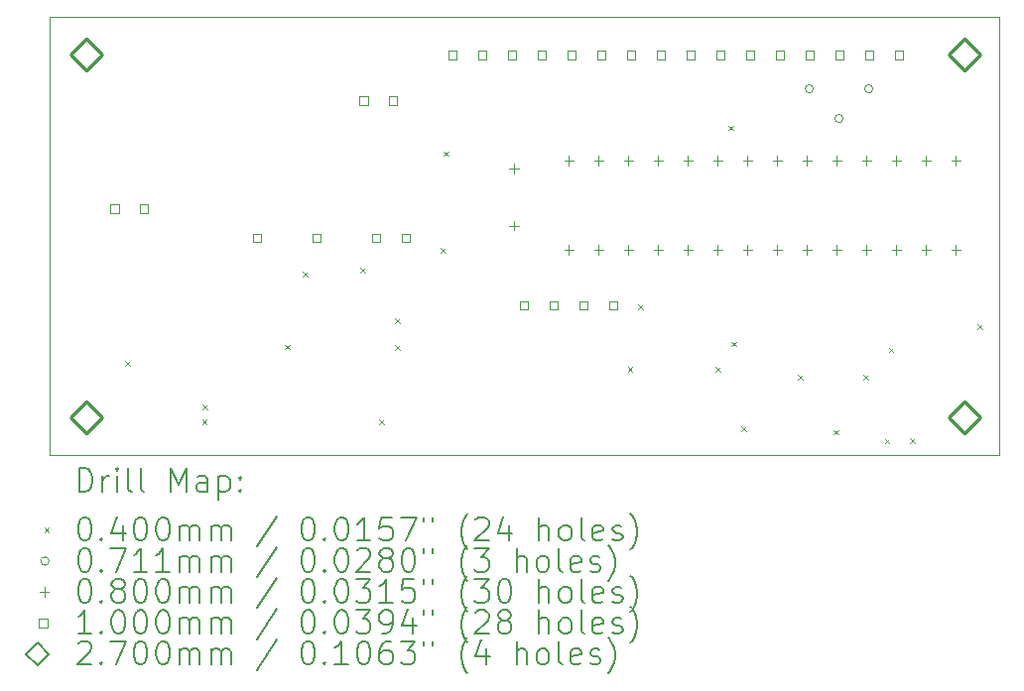
<source format=gbr>
%FSLAX45Y45*%
G04 Gerber Fmt 4.5, Leading zero omitted, Abs format (unit mm)*
G04 Created by KiCad (PCBNEW (6.0.0-0)) date 2022-02-23 00:42:36*
%MOMM*%
%LPD*%
G01*
G04 APERTURE LIST*
%TA.AperFunction,Profile*%
%ADD10C,0.100000*%
%TD*%
%ADD11C,0.200000*%
%ADD12C,0.040000*%
%ADD13C,0.071120*%
%ADD14C,0.080000*%
%ADD15C,0.100000*%
%ADD16C,0.270000*%
G04 APERTURE END LIST*
D10*
X12880000Y-4320000D02*
X4780000Y-4320000D01*
X4780000Y-8060000D02*
X12880000Y-8060000D01*
X12880000Y-8060000D02*
X12880000Y-4320000D01*
X4780000Y-4320000D02*
X4780000Y-8060000D01*
D11*
D12*
X5425000Y-7260000D02*
X5465000Y-7300000D01*
X5465000Y-7260000D02*
X5425000Y-7300000D01*
X6080000Y-7760000D02*
X6120000Y-7800000D01*
X6120000Y-7760000D02*
X6080000Y-7800000D01*
X6085000Y-7635000D02*
X6125000Y-7675000D01*
X6125000Y-7635000D02*
X6085000Y-7675000D01*
X6790000Y-7120000D02*
X6830000Y-7160000D01*
X6830000Y-7120000D02*
X6790000Y-7160000D01*
X6940000Y-6495000D02*
X6980000Y-6535000D01*
X6980000Y-6495000D02*
X6940000Y-6535000D01*
X7430000Y-6465000D02*
X7470000Y-6505000D01*
X7470000Y-6465000D02*
X7430000Y-6505000D01*
X7590000Y-7760000D02*
X7630000Y-7800000D01*
X7630000Y-7760000D02*
X7590000Y-7800000D01*
X7725000Y-6897500D02*
X7765000Y-6937500D01*
X7765000Y-6897500D02*
X7725000Y-6937500D01*
X7730000Y-7125000D02*
X7770000Y-7165000D01*
X7770000Y-7125000D02*
X7730000Y-7165000D01*
X8120000Y-6295000D02*
X8160000Y-6335000D01*
X8160000Y-6295000D02*
X8120000Y-6335000D01*
X8145000Y-5470000D02*
X8185000Y-5510000D01*
X8185000Y-5470000D02*
X8145000Y-5510000D01*
X9712500Y-7310000D02*
X9752500Y-7350000D01*
X9752500Y-7310000D02*
X9712500Y-7350000D01*
X9802500Y-6780000D02*
X9842500Y-6820000D01*
X9842500Y-6780000D02*
X9802500Y-6820000D01*
X10460000Y-7310000D02*
X10500000Y-7350000D01*
X10500000Y-7310000D02*
X10460000Y-7350000D01*
X10575000Y-5250000D02*
X10615000Y-5290000D01*
X10615000Y-5250000D02*
X10575000Y-5290000D01*
X10597500Y-7095000D02*
X10637500Y-7135000D01*
X10637500Y-7095000D02*
X10597500Y-7135000D01*
X10680000Y-7817500D02*
X10720000Y-7857500D01*
X10720000Y-7817500D02*
X10680000Y-7857500D01*
X11162500Y-7377500D02*
X11202500Y-7417500D01*
X11202500Y-7377500D02*
X11162500Y-7417500D01*
X11470000Y-7847500D02*
X11510000Y-7887500D01*
X11510000Y-7847500D02*
X11470000Y-7887500D01*
X11722500Y-7377500D02*
X11762500Y-7417500D01*
X11762500Y-7377500D02*
X11722500Y-7417500D01*
X11905000Y-7925000D02*
X11945000Y-7965000D01*
X11945000Y-7925000D02*
X11905000Y-7965000D01*
X11940000Y-7145000D02*
X11980000Y-7185000D01*
X11980000Y-7145000D02*
X11940000Y-7185000D01*
X12120000Y-7922500D02*
X12160000Y-7962500D01*
X12160000Y-7922500D02*
X12120000Y-7962500D01*
X12700000Y-6947500D02*
X12740000Y-6987500D01*
X12740000Y-6947500D02*
X12700000Y-6987500D01*
D13*
X11297560Y-4935000D02*
G75*
G03*
X11297560Y-4935000I-35560J0D01*
G01*
X11551560Y-5189000D02*
G75*
G03*
X11551560Y-5189000I-35560J0D01*
G01*
X11805560Y-4935000D02*
G75*
G03*
X11805560Y-4935000I-35560J0D01*
G01*
D14*
X8742500Y-5577500D02*
X8742500Y-5657500D01*
X8702500Y-5617500D02*
X8782500Y-5617500D01*
X8742500Y-6065500D02*
X8742500Y-6145500D01*
X8702500Y-6105500D02*
X8782500Y-6105500D01*
X9210500Y-5507500D02*
X9210500Y-5587500D01*
X9170500Y-5547500D02*
X9250500Y-5547500D01*
X9210500Y-6269500D02*
X9210500Y-6349500D01*
X9170500Y-6309500D02*
X9250500Y-6309500D01*
X9464500Y-5507500D02*
X9464500Y-5587500D01*
X9424500Y-5547500D02*
X9504500Y-5547500D01*
X9464500Y-6269500D02*
X9464500Y-6349500D01*
X9424500Y-6309500D02*
X9504500Y-6309500D01*
X9718500Y-5507500D02*
X9718500Y-5587500D01*
X9678500Y-5547500D02*
X9758500Y-5547500D01*
X9718500Y-6269500D02*
X9718500Y-6349500D01*
X9678500Y-6309500D02*
X9758500Y-6309500D01*
X9972500Y-5507500D02*
X9972500Y-5587500D01*
X9932500Y-5547500D02*
X10012500Y-5547500D01*
X9972500Y-6269500D02*
X9972500Y-6349500D01*
X9932500Y-6309500D02*
X10012500Y-6309500D01*
X10226500Y-5507500D02*
X10226500Y-5587500D01*
X10186500Y-5547500D02*
X10266500Y-5547500D01*
X10226500Y-6269500D02*
X10226500Y-6349500D01*
X10186500Y-6309500D02*
X10266500Y-6309500D01*
X10480500Y-5507500D02*
X10480500Y-5587500D01*
X10440500Y-5547500D02*
X10520500Y-5547500D01*
X10480500Y-6269500D02*
X10480500Y-6349500D01*
X10440500Y-6309500D02*
X10520500Y-6309500D01*
X10734500Y-5507500D02*
X10734500Y-5587500D01*
X10694500Y-5547500D02*
X10774500Y-5547500D01*
X10734500Y-6269500D02*
X10734500Y-6349500D01*
X10694500Y-6309500D02*
X10774500Y-6309500D01*
X10988500Y-5507500D02*
X10988500Y-5587500D01*
X10948500Y-5547500D02*
X11028500Y-5547500D01*
X10988500Y-6269500D02*
X10988500Y-6349500D01*
X10948500Y-6309500D02*
X11028500Y-6309500D01*
X11242500Y-5507500D02*
X11242500Y-5587500D01*
X11202500Y-5547500D02*
X11282500Y-5547500D01*
X11242500Y-6269500D02*
X11242500Y-6349500D01*
X11202500Y-6309500D02*
X11282500Y-6309500D01*
X11496500Y-5507500D02*
X11496500Y-5587500D01*
X11456500Y-5547500D02*
X11536500Y-5547500D01*
X11496500Y-6269500D02*
X11496500Y-6349500D01*
X11456500Y-6309500D02*
X11536500Y-6309500D01*
X11750500Y-5507500D02*
X11750500Y-5587500D01*
X11710500Y-5547500D02*
X11790500Y-5547500D01*
X11750500Y-6269500D02*
X11750500Y-6349500D01*
X11710500Y-6309500D02*
X11790500Y-6309500D01*
X12004500Y-5507500D02*
X12004500Y-5587500D01*
X11964500Y-5547500D02*
X12044500Y-5547500D01*
X12004500Y-6269500D02*
X12004500Y-6349500D01*
X11964500Y-6309500D02*
X12044500Y-6309500D01*
X12258500Y-5507500D02*
X12258500Y-5587500D01*
X12218500Y-5547500D02*
X12298500Y-5547500D01*
X12258500Y-6269500D02*
X12258500Y-6349500D01*
X12218500Y-6309500D02*
X12298500Y-6309500D01*
X12512500Y-5507500D02*
X12512500Y-5587500D01*
X12472500Y-5547500D02*
X12552500Y-5547500D01*
X12512500Y-6269500D02*
X12512500Y-6349500D01*
X12472500Y-6309500D02*
X12552500Y-6309500D01*
D15*
X5370356Y-5995356D02*
X5370356Y-5924644D01*
X5299644Y-5924644D01*
X5299644Y-5995356D01*
X5370356Y-5995356D01*
X5620356Y-5995356D02*
X5620356Y-5924644D01*
X5549644Y-5924644D01*
X5549644Y-5995356D01*
X5620356Y-5995356D01*
X6587356Y-6245356D02*
X6587356Y-6174644D01*
X6516644Y-6174644D01*
X6516644Y-6245356D01*
X6587356Y-6245356D01*
X7095356Y-6245356D02*
X7095356Y-6174644D01*
X7024644Y-6174644D01*
X7024644Y-6245356D01*
X7095356Y-6245356D01*
X7495356Y-5070356D02*
X7495356Y-4999644D01*
X7424644Y-4999644D01*
X7424644Y-5070356D01*
X7495356Y-5070356D01*
X7603356Y-6245356D02*
X7603356Y-6174644D01*
X7532644Y-6174644D01*
X7532644Y-6245356D01*
X7603356Y-6245356D01*
X7745356Y-5070356D02*
X7745356Y-4999644D01*
X7674644Y-4999644D01*
X7674644Y-5070356D01*
X7745356Y-5070356D01*
X7857356Y-6245356D02*
X7857356Y-6174644D01*
X7786644Y-6174644D01*
X7786644Y-6245356D01*
X7857356Y-6245356D01*
X8255356Y-4682856D02*
X8255356Y-4612144D01*
X8184644Y-4612144D01*
X8184644Y-4682856D01*
X8255356Y-4682856D01*
X8509356Y-4682856D02*
X8509356Y-4612144D01*
X8438644Y-4612144D01*
X8438644Y-4682856D01*
X8509356Y-4682856D01*
X8763356Y-4682856D02*
X8763356Y-4612144D01*
X8692644Y-4612144D01*
X8692644Y-4682856D01*
X8763356Y-4682856D01*
X8860856Y-6820356D02*
X8860856Y-6749644D01*
X8790144Y-6749644D01*
X8790144Y-6820356D01*
X8860856Y-6820356D01*
X9017356Y-4682856D02*
X9017356Y-4612144D01*
X8946644Y-4612144D01*
X8946644Y-4682856D01*
X9017356Y-4682856D01*
X9114856Y-6820356D02*
X9114856Y-6749644D01*
X9044144Y-6749644D01*
X9044144Y-6820356D01*
X9114856Y-6820356D01*
X9271356Y-4682856D02*
X9271356Y-4612144D01*
X9200644Y-4612144D01*
X9200644Y-4682856D01*
X9271356Y-4682856D01*
X9368856Y-6820356D02*
X9368856Y-6749644D01*
X9298144Y-6749644D01*
X9298144Y-6820356D01*
X9368856Y-6820356D01*
X9525356Y-4682856D02*
X9525356Y-4612144D01*
X9454644Y-4612144D01*
X9454644Y-4682856D01*
X9525356Y-4682856D01*
X9622856Y-6820356D02*
X9622856Y-6749644D01*
X9552144Y-6749644D01*
X9552144Y-6820356D01*
X9622856Y-6820356D01*
X9779356Y-4682856D02*
X9779356Y-4612144D01*
X9708644Y-4612144D01*
X9708644Y-4682856D01*
X9779356Y-4682856D01*
X10033356Y-4682856D02*
X10033356Y-4612144D01*
X9962644Y-4612144D01*
X9962644Y-4682856D01*
X10033356Y-4682856D01*
X10287356Y-4682856D02*
X10287356Y-4612144D01*
X10216644Y-4612144D01*
X10216644Y-4682856D01*
X10287356Y-4682856D01*
X10541356Y-4682856D02*
X10541356Y-4612144D01*
X10470644Y-4612144D01*
X10470644Y-4682856D01*
X10541356Y-4682856D01*
X10795356Y-4682856D02*
X10795356Y-4612144D01*
X10724644Y-4612144D01*
X10724644Y-4682856D01*
X10795356Y-4682856D01*
X11049356Y-4682856D02*
X11049356Y-4612144D01*
X10978644Y-4612144D01*
X10978644Y-4682856D01*
X11049356Y-4682856D01*
X11303356Y-4682856D02*
X11303356Y-4612144D01*
X11232644Y-4612144D01*
X11232644Y-4682856D01*
X11303356Y-4682856D01*
X11557356Y-4682856D02*
X11557356Y-4612144D01*
X11486644Y-4612144D01*
X11486644Y-4682856D01*
X11557356Y-4682856D01*
X11811356Y-4682856D02*
X11811356Y-4612144D01*
X11740644Y-4612144D01*
X11740644Y-4682856D01*
X11811356Y-4682856D01*
X12065356Y-4682856D02*
X12065356Y-4612144D01*
X11994644Y-4612144D01*
X11994644Y-4682856D01*
X12065356Y-4682856D01*
D16*
X5090000Y-4775000D02*
X5225000Y-4640000D01*
X5090000Y-4505000D01*
X4955000Y-4640000D01*
X5090000Y-4775000D01*
X5090000Y-7875000D02*
X5225000Y-7740000D01*
X5090000Y-7605000D01*
X4955000Y-7740000D01*
X5090000Y-7875000D01*
X12590000Y-4775000D02*
X12725000Y-4640000D01*
X12590000Y-4505000D01*
X12455000Y-4640000D01*
X12590000Y-4775000D01*
X12590000Y-7875000D02*
X12725000Y-7740000D01*
X12590000Y-7605000D01*
X12455000Y-7740000D01*
X12590000Y-7875000D01*
D11*
X5032619Y-8375476D02*
X5032619Y-8175476D01*
X5080238Y-8175476D01*
X5108810Y-8185000D01*
X5127857Y-8204048D01*
X5137381Y-8223095D01*
X5146905Y-8261190D01*
X5146905Y-8289762D01*
X5137381Y-8327857D01*
X5127857Y-8346905D01*
X5108810Y-8365952D01*
X5080238Y-8375476D01*
X5032619Y-8375476D01*
X5232619Y-8375476D02*
X5232619Y-8242143D01*
X5232619Y-8280238D02*
X5242143Y-8261190D01*
X5251667Y-8251667D01*
X5270714Y-8242143D01*
X5289762Y-8242143D01*
X5356429Y-8375476D02*
X5356429Y-8242143D01*
X5356429Y-8175476D02*
X5346905Y-8185000D01*
X5356429Y-8194524D01*
X5365952Y-8185000D01*
X5356429Y-8175476D01*
X5356429Y-8194524D01*
X5480238Y-8375476D02*
X5461190Y-8365952D01*
X5451667Y-8346905D01*
X5451667Y-8175476D01*
X5585000Y-8375476D02*
X5565952Y-8365952D01*
X5556429Y-8346905D01*
X5556429Y-8175476D01*
X5813571Y-8375476D02*
X5813571Y-8175476D01*
X5880238Y-8318333D01*
X5946905Y-8175476D01*
X5946905Y-8375476D01*
X6127857Y-8375476D02*
X6127857Y-8270714D01*
X6118333Y-8251667D01*
X6099286Y-8242143D01*
X6061190Y-8242143D01*
X6042143Y-8251667D01*
X6127857Y-8365952D02*
X6108809Y-8375476D01*
X6061190Y-8375476D01*
X6042143Y-8365952D01*
X6032619Y-8346905D01*
X6032619Y-8327857D01*
X6042143Y-8308809D01*
X6061190Y-8299286D01*
X6108809Y-8299286D01*
X6127857Y-8289762D01*
X6223095Y-8242143D02*
X6223095Y-8442143D01*
X6223095Y-8251667D02*
X6242143Y-8242143D01*
X6280238Y-8242143D01*
X6299286Y-8251667D01*
X6308809Y-8261190D01*
X6318333Y-8280238D01*
X6318333Y-8337381D01*
X6308809Y-8356428D01*
X6299286Y-8365952D01*
X6280238Y-8375476D01*
X6242143Y-8375476D01*
X6223095Y-8365952D01*
X6404048Y-8356428D02*
X6413571Y-8365952D01*
X6404048Y-8375476D01*
X6394524Y-8365952D01*
X6404048Y-8356428D01*
X6404048Y-8375476D01*
X6404048Y-8251667D02*
X6413571Y-8261190D01*
X6404048Y-8270714D01*
X6394524Y-8261190D01*
X6404048Y-8251667D01*
X6404048Y-8270714D01*
D12*
X4735000Y-8685000D02*
X4775000Y-8725000D01*
X4775000Y-8685000D02*
X4735000Y-8725000D01*
D11*
X5070714Y-8595476D02*
X5089762Y-8595476D01*
X5108810Y-8605000D01*
X5118333Y-8614524D01*
X5127857Y-8633571D01*
X5137381Y-8671667D01*
X5137381Y-8719286D01*
X5127857Y-8757381D01*
X5118333Y-8776429D01*
X5108810Y-8785952D01*
X5089762Y-8795476D01*
X5070714Y-8795476D01*
X5051667Y-8785952D01*
X5042143Y-8776429D01*
X5032619Y-8757381D01*
X5023095Y-8719286D01*
X5023095Y-8671667D01*
X5032619Y-8633571D01*
X5042143Y-8614524D01*
X5051667Y-8605000D01*
X5070714Y-8595476D01*
X5223095Y-8776429D02*
X5232619Y-8785952D01*
X5223095Y-8795476D01*
X5213571Y-8785952D01*
X5223095Y-8776429D01*
X5223095Y-8795476D01*
X5404048Y-8662143D02*
X5404048Y-8795476D01*
X5356429Y-8585952D02*
X5308810Y-8728810D01*
X5432619Y-8728810D01*
X5546905Y-8595476D02*
X5565952Y-8595476D01*
X5585000Y-8605000D01*
X5594524Y-8614524D01*
X5604048Y-8633571D01*
X5613571Y-8671667D01*
X5613571Y-8719286D01*
X5604048Y-8757381D01*
X5594524Y-8776429D01*
X5585000Y-8785952D01*
X5565952Y-8795476D01*
X5546905Y-8795476D01*
X5527857Y-8785952D01*
X5518333Y-8776429D01*
X5508810Y-8757381D01*
X5499286Y-8719286D01*
X5499286Y-8671667D01*
X5508810Y-8633571D01*
X5518333Y-8614524D01*
X5527857Y-8605000D01*
X5546905Y-8595476D01*
X5737381Y-8595476D02*
X5756428Y-8595476D01*
X5775476Y-8605000D01*
X5785000Y-8614524D01*
X5794524Y-8633571D01*
X5804048Y-8671667D01*
X5804048Y-8719286D01*
X5794524Y-8757381D01*
X5785000Y-8776429D01*
X5775476Y-8785952D01*
X5756428Y-8795476D01*
X5737381Y-8795476D01*
X5718333Y-8785952D01*
X5708809Y-8776429D01*
X5699286Y-8757381D01*
X5689762Y-8719286D01*
X5689762Y-8671667D01*
X5699286Y-8633571D01*
X5708809Y-8614524D01*
X5718333Y-8605000D01*
X5737381Y-8595476D01*
X5889762Y-8795476D02*
X5889762Y-8662143D01*
X5889762Y-8681190D02*
X5899286Y-8671667D01*
X5918333Y-8662143D01*
X5946905Y-8662143D01*
X5965952Y-8671667D01*
X5975476Y-8690714D01*
X5975476Y-8795476D01*
X5975476Y-8690714D02*
X5985000Y-8671667D01*
X6004048Y-8662143D01*
X6032619Y-8662143D01*
X6051667Y-8671667D01*
X6061190Y-8690714D01*
X6061190Y-8795476D01*
X6156428Y-8795476D02*
X6156428Y-8662143D01*
X6156428Y-8681190D02*
X6165952Y-8671667D01*
X6185000Y-8662143D01*
X6213571Y-8662143D01*
X6232619Y-8671667D01*
X6242143Y-8690714D01*
X6242143Y-8795476D01*
X6242143Y-8690714D02*
X6251667Y-8671667D01*
X6270714Y-8662143D01*
X6299286Y-8662143D01*
X6318333Y-8671667D01*
X6327857Y-8690714D01*
X6327857Y-8795476D01*
X6718333Y-8585952D02*
X6546905Y-8843095D01*
X6975476Y-8595476D02*
X6994524Y-8595476D01*
X7013571Y-8605000D01*
X7023095Y-8614524D01*
X7032619Y-8633571D01*
X7042143Y-8671667D01*
X7042143Y-8719286D01*
X7032619Y-8757381D01*
X7023095Y-8776429D01*
X7013571Y-8785952D01*
X6994524Y-8795476D01*
X6975476Y-8795476D01*
X6956428Y-8785952D01*
X6946905Y-8776429D01*
X6937381Y-8757381D01*
X6927857Y-8719286D01*
X6927857Y-8671667D01*
X6937381Y-8633571D01*
X6946905Y-8614524D01*
X6956428Y-8605000D01*
X6975476Y-8595476D01*
X7127857Y-8776429D02*
X7137381Y-8785952D01*
X7127857Y-8795476D01*
X7118333Y-8785952D01*
X7127857Y-8776429D01*
X7127857Y-8795476D01*
X7261190Y-8595476D02*
X7280238Y-8595476D01*
X7299286Y-8605000D01*
X7308809Y-8614524D01*
X7318333Y-8633571D01*
X7327857Y-8671667D01*
X7327857Y-8719286D01*
X7318333Y-8757381D01*
X7308809Y-8776429D01*
X7299286Y-8785952D01*
X7280238Y-8795476D01*
X7261190Y-8795476D01*
X7242143Y-8785952D01*
X7232619Y-8776429D01*
X7223095Y-8757381D01*
X7213571Y-8719286D01*
X7213571Y-8671667D01*
X7223095Y-8633571D01*
X7232619Y-8614524D01*
X7242143Y-8605000D01*
X7261190Y-8595476D01*
X7518333Y-8795476D02*
X7404048Y-8795476D01*
X7461190Y-8795476D02*
X7461190Y-8595476D01*
X7442143Y-8624048D01*
X7423095Y-8643095D01*
X7404048Y-8652619D01*
X7699286Y-8595476D02*
X7604048Y-8595476D01*
X7594524Y-8690714D01*
X7604048Y-8681190D01*
X7623095Y-8671667D01*
X7670714Y-8671667D01*
X7689762Y-8681190D01*
X7699286Y-8690714D01*
X7708809Y-8709762D01*
X7708809Y-8757381D01*
X7699286Y-8776429D01*
X7689762Y-8785952D01*
X7670714Y-8795476D01*
X7623095Y-8795476D01*
X7604048Y-8785952D01*
X7594524Y-8776429D01*
X7775476Y-8595476D02*
X7908809Y-8595476D01*
X7823095Y-8795476D01*
X7975476Y-8595476D02*
X7975476Y-8633571D01*
X8051667Y-8595476D02*
X8051667Y-8633571D01*
X8346905Y-8871667D02*
X8337381Y-8862143D01*
X8318333Y-8833571D01*
X8308809Y-8814524D01*
X8299286Y-8785952D01*
X8289762Y-8738333D01*
X8289762Y-8700238D01*
X8299286Y-8652619D01*
X8308809Y-8624048D01*
X8318333Y-8605000D01*
X8337381Y-8576429D01*
X8346905Y-8566905D01*
X8413571Y-8614524D02*
X8423095Y-8605000D01*
X8442143Y-8595476D01*
X8489762Y-8595476D01*
X8508810Y-8605000D01*
X8518333Y-8614524D01*
X8527857Y-8633571D01*
X8527857Y-8652619D01*
X8518333Y-8681190D01*
X8404048Y-8795476D01*
X8527857Y-8795476D01*
X8699286Y-8662143D02*
X8699286Y-8795476D01*
X8651667Y-8585952D02*
X8604048Y-8728810D01*
X8727857Y-8728810D01*
X8956429Y-8795476D02*
X8956429Y-8595476D01*
X9042143Y-8795476D02*
X9042143Y-8690714D01*
X9032619Y-8671667D01*
X9013571Y-8662143D01*
X8985000Y-8662143D01*
X8965952Y-8671667D01*
X8956429Y-8681190D01*
X9165952Y-8795476D02*
X9146905Y-8785952D01*
X9137381Y-8776429D01*
X9127857Y-8757381D01*
X9127857Y-8700238D01*
X9137381Y-8681190D01*
X9146905Y-8671667D01*
X9165952Y-8662143D01*
X9194524Y-8662143D01*
X9213571Y-8671667D01*
X9223095Y-8681190D01*
X9232619Y-8700238D01*
X9232619Y-8757381D01*
X9223095Y-8776429D01*
X9213571Y-8785952D01*
X9194524Y-8795476D01*
X9165952Y-8795476D01*
X9346905Y-8795476D02*
X9327857Y-8785952D01*
X9318333Y-8766905D01*
X9318333Y-8595476D01*
X9499286Y-8785952D02*
X9480238Y-8795476D01*
X9442143Y-8795476D01*
X9423095Y-8785952D01*
X9413571Y-8766905D01*
X9413571Y-8690714D01*
X9423095Y-8671667D01*
X9442143Y-8662143D01*
X9480238Y-8662143D01*
X9499286Y-8671667D01*
X9508810Y-8690714D01*
X9508810Y-8709762D01*
X9413571Y-8728810D01*
X9585000Y-8785952D02*
X9604048Y-8795476D01*
X9642143Y-8795476D01*
X9661190Y-8785952D01*
X9670714Y-8766905D01*
X9670714Y-8757381D01*
X9661190Y-8738333D01*
X9642143Y-8728810D01*
X9613571Y-8728810D01*
X9594524Y-8719286D01*
X9585000Y-8700238D01*
X9585000Y-8690714D01*
X9594524Y-8671667D01*
X9613571Y-8662143D01*
X9642143Y-8662143D01*
X9661190Y-8671667D01*
X9737381Y-8871667D02*
X9746905Y-8862143D01*
X9765952Y-8833571D01*
X9775476Y-8814524D01*
X9785000Y-8785952D01*
X9794524Y-8738333D01*
X9794524Y-8700238D01*
X9785000Y-8652619D01*
X9775476Y-8624048D01*
X9765952Y-8605000D01*
X9746905Y-8576429D01*
X9737381Y-8566905D01*
D13*
X4775000Y-8969000D02*
G75*
G03*
X4775000Y-8969000I-35560J0D01*
G01*
D11*
X5070714Y-8859476D02*
X5089762Y-8859476D01*
X5108810Y-8869000D01*
X5118333Y-8878524D01*
X5127857Y-8897571D01*
X5137381Y-8935667D01*
X5137381Y-8983286D01*
X5127857Y-9021381D01*
X5118333Y-9040429D01*
X5108810Y-9049952D01*
X5089762Y-9059476D01*
X5070714Y-9059476D01*
X5051667Y-9049952D01*
X5042143Y-9040429D01*
X5032619Y-9021381D01*
X5023095Y-8983286D01*
X5023095Y-8935667D01*
X5032619Y-8897571D01*
X5042143Y-8878524D01*
X5051667Y-8869000D01*
X5070714Y-8859476D01*
X5223095Y-9040429D02*
X5232619Y-9049952D01*
X5223095Y-9059476D01*
X5213571Y-9049952D01*
X5223095Y-9040429D01*
X5223095Y-9059476D01*
X5299286Y-8859476D02*
X5432619Y-8859476D01*
X5346905Y-9059476D01*
X5613571Y-9059476D02*
X5499286Y-9059476D01*
X5556429Y-9059476D02*
X5556429Y-8859476D01*
X5537381Y-8888048D01*
X5518333Y-8907095D01*
X5499286Y-8916619D01*
X5804048Y-9059476D02*
X5689762Y-9059476D01*
X5746905Y-9059476D02*
X5746905Y-8859476D01*
X5727857Y-8888048D01*
X5708809Y-8907095D01*
X5689762Y-8916619D01*
X5889762Y-9059476D02*
X5889762Y-8926143D01*
X5889762Y-8945190D02*
X5899286Y-8935667D01*
X5918333Y-8926143D01*
X5946905Y-8926143D01*
X5965952Y-8935667D01*
X5975476Y-8954714D01*
X5975476Y-9059476D01*
X5975476Y-8954714D02*
X5985000Y-8935667D01*
X6004048Y-8926143D01*
X6032619Y-8926143D01*
X6051667Y-8935667D01*
X6061190Y-8954714D01*
X6061190Y-9059476D01*
X6156428Y-9059476D02*
X6156428Y-8926143D01*
X6156428Y-8945190D02*
X6165952Y-8935667D01*
X6185000Y-8926143D01*
X6213571Y-8926143D01*
X6232619Y-8935667D01*
X6242143Y-8954714D01*
X6242143Y-9059476D01*
X6242143Y-8954714D02*
X6251667Y-8935667D01*
X6270714Y-8926143D01*
X6299286Y-8926143D01*
X6318333Y-8935667D01*
X6327857Y-8954714D01*
X6327857Y-9059476D01*
X6718333Y-8849952D02*
X6546905Y-9107095D01*
X6975476Y-8859476D02*
X6994524Y-8859476D01*
X7013571Y-8869000D01*
X7023095Y-8878524D01*
X7032619Y-8897571D01*
X7042143Y-8935667D01*
X7042143Y-8983286D01*
X7032619Y-9021381D01*
X7023095Y-9040429D01*
X7013571Y-9049952D01*
X6994524Y-9059476D01*
X6975476Y-9059476D01*
X6956428Y-9049952D01*
X6946905Y-9040429D01*
X6937381Y-9021381D01*
X6927857Y-8983286D01*
X6927857Y-8935667D01*
X6937381Y-8897571D01*
X6946905Y-8878524D01*
X6956428Y-8869000D01*
X6975476Y-8859476D01*
X7127857Y-9040429D02*
X7137381Y-9049952D01*
X7127857Y-9059476D01*
X7118333Y-9049952D01*
X7127857Y-9040429D01*
X7127857Y-9059476D01*
X7261190Y-8859476D02*
X7280238Y-8859476D01*
X7299286Y-8869000D01*
X7308809Y-8878524D01*
X7318333Y-8897571D01*
X7327857Y-8935667D01*
X7327857Y-8983286D01*
X7318333Y-9021381D01*
X7308809Y-9040429D01*
X7299286Y-9049952D01*
X7280238Y-9059476D01*
X7261190Y-9059476D01*
X7242143Y-9049952D01*
X7232619Y-9040429D01*
X7223095Y-9021381D01*
X7213571Y-8983286D01*
X7213571Y-8935667D01*
X7223095Y-8897571D01*
X7232619Y-8878524D01*
X7242143Y-8869000D01*
X7261190Y-8859476D01*
X7404048Y-8878524D02*
X7413571Y-8869000D01*
X7432619Y-8859476D01*
X7480238Y-8859476D01*
X7499286Y-8869000D01*
X7508809Y-8878524D01*
X7518333Y-8897571D01*
X7518333Y-8916619D01*
X7508809Y-8945190D01*
X7394524Y-9059476D01*
X7518333Y-9059476D01*
X7632619Y-8945190D02*
X7613571Y-8935667D01*
X7604048Y-8926143D01*
X7594524Y-8907095D01*
X7594524Y-8897571D01*
X7604048Y-8878524D01*
X7613571Y-8869000D01*
X7632619Y-8859476D01*
X7670714Y-8859476D01*
X7689762Y-8869000D01*
X7699286Y-8878524D01*
X7708809Y-8897571D01*
X7708809Y-8907095D01*
X7699286Y-8926143D01*
X7689762Y-8935667D01*
X7670714Y-8945190D01*
X7632619Y-8945190D01*
X7613571Y-8954714D01*
X7604048Y-8964238D01*
X7594524Y-8983286D01*
X7594524Y-9021381D01*
X7604048Y-9040429D01*
X7613571Y-9049952D01*
X7632619Y-9059476D01*
X7670714Y-9059476D01*
X7689762Y-9049952D01*
X7699286Y-9040429D01*
X7708809Y-9021381D01*
X7708809Y-8983286D01*
X7699286Y-8964238D01*
X7689762Y-8954714D01*
X7670714Y-8945190D01*
X7832619Y-8859476D02*
X7851667Y-8859476D01*
X7870714Y-8869000D01*
X7880238Y-8878524D01*
X7889762Y-8897571D01*
X7899286Y-8935667D01*
X7899286Y-8983286D01*
X7889762Y-9021381D01*
X7880238Y-9040429D01*
X7870714Y-9049952D01*
X7851667Y-9059476D01*
X7832619Y-9059476D01*
X7813571Y-9049952D01*
X7804048Y-9040429D01*
X7794524Y-9021381D01*
X7785000Y-8983286D01*
X7785000Y-8935667D01*
X7794524Y-8897571D01*
X7804048Y-8878524D01*
X7813571Y-8869000D01*
X7832619Y-8859476D01*
X7975476Y-8859476D02*
X7975476Y-8897571D01*
X8051667Y-8859476D02*
X8051667Y-8897571D01*
X8346905Y-9135667D02*
X8337381Y-9126143D01*
X8318333Y-9097571D01*
X8308809Y-9078524D01*
X8299286Y-9049952D01*
X8289762Y-9002333D01*
X8289762Y-8964238D01*
X8299286Y-8916619D01*
X8308809Y-8888048D01*
X8318333Y-8869000D01*
X8337381Y-8840429D01*
X8346905Y-8830905D01*
X8404048Y-8859476D02*
X8527857Y-8859476D01*
X8461190Y-8935667D01*
X8489762Y-8935667D01*
X8508810Y-8945190D01*
X8518333Y-8954714D01*
X8527857Y-8973762D01*
X8527857Y-9021381D01*
X8518333Y-9040429D01*
X8508810Y-9049952D01*
X8489762Y-9059476D01*
X8432619Y-9059476D01*
X8413571Y-9049952D01*
X8404048Y-9040429D01*
X8765952Y-9059476D02*
X8765952Y-8859476D01*
X8851667Y-9059476D02*
X8851667Y-8954714D01*
X8842143Y-8935667D01*
X8823095Y-8926143D01*
X8794524Y-8926143D01*
X8775476Y-8935667D01*
X8765952Y-8945190D01*
X8975476Y-9059476D02*
X8956429Y-9049952D01*
X8946905Y-9040429D01*
X8937381Y-9021381D01*
X8937381Y-8964238D01*
X8946905Y-8945190D01*
X8956429Y-8935667D01*
X8975476Y-8926143D01*
X9004048Y-8926143D01*
X9023095Y-8935667D01*
X9032619Y-8945190D01*
X9042143Y-8964238D01*
X9042143Y-9021381D01*
X9032619Y-9040429D01*
X9023095Y-9049952D01*
X9004048Y-9059476D01*
X8975476Y-9059476D01*
X9156429Y-9059476D02*
X9137381Y-9049952D01*
X9127857Y-9030905D01*
X9127857Y-8859476D01*
X9308810Y-9049952D02*
X9289762Y-9059476D01*
X9251667Y-9059476D01*
X9232619Y-9049952D01*
X9223095Y-9030905D01*
X9223095Y-8954714D01*
X9232619Y-8935667D01*
X9251667Y-8926143D01*
X9289762Y-8926143D01*
X9308810Y-8935667D01*
X9318333Y-8954714D01*
X9318333Y-8973762D01*
X9223095Y-8992810D01*
X9394524Y-9049952D02*
X9413571Y-9059476D01*
X9451667Y-9059476D01*
X9470714Y-9049952D01*
X9480238Y-9030905D01*
X9480238Y-9021381D01*
X9470714Y-9002333D01*
X9451667Y-8992810D01*
X9423095Y-8992810D01*
X9404048Y-8983286D01*
X9394524Y-8964238D01*
X9394524Y-8954714D01*
X9404048Y-8935667D01*
X9423095Y-8926143D01*
X9451667Y-8926143D01*
X9470714Y-8935667D01*
X9546905Y-9135667D02*
X9556429Y-9126143D01*
X9575476Y-9097571D01*
X9585000Y-9078524D01*
X9594524Y-9049952D01*
X9604048Y-9002333D01*
X9604048Y-8964238D01*
X9594524Y-8916619D01*
X9585000Y-8888048D01*
X9575476Y-8869000D01*
X9556429Y-8840429D01*
X9546905Y-8830905D01*
D14*
X4735000Y-9193000D02*
X4735000Y-9273000D01*
X4695000Y-9233000D02*
X4775000Y-9233000D01*
D11*
X5070714Y-9123476D02*
X5089762Y-9123476D01*
X5108810Y-9133000D01*
X5118333Y-9142524D01*
X5127857Y-9161571D01*
X5137381Y-9199667D01*
X5137381Y-9247286D01*
X5127857Y-9285381D01*
X5118333Y-9304429D01*
X5108810Y-9313952D01*
X5089762Y-9323476D01*
X5070714Y-9323476D01*
X5051667Y-9313952D01*
X5042143Y-9304429D01*
X5032619Y-9285381D01*
X5023095Y-9247286D01*
X5023095Y-9199667D01*
X5032619Y-9161571D01*
X5042143Y-9142524D01*
X5051667Y-9133000D01*
X5070714Y-9123476D01*
X5223095Y-9304429D02*
X5232619Y-9313952D01*
X5223095Y-9323476D01*
X5213571Y-9313952D01*
X5223095Y-9304429D01*
X5223095Y-9323476D01*
X5346905Y-9209190D02*
X5327857Y-9199667D01*
X5318333Y-9190143D01*
X5308810Y-9171095D01*
X5308810Y-9161571D01*
X5318333Y-9142524D01*
X5327857Y-9133000D01*
X5346905Y-9123476D01*
X5385000Y-9123476D01*
X5404048Y-9133000D01*
X5413571Y-9142524D01*
X5423095Y-9161571D01*
X5423095Y-9171095D01*
X5413571Y-9190143D01*
X5404048Y-9199667D01*
X5385000Y-9209190D01*
X5346905Y-9209190D01*
X5327857Y-9218714D01*
X5318333Y-9228238D01*
X5308810Y-9247286D01*
X5308810Y-9285381D01*
X5318333Y-9304429D01*
X5327857Y-9313952D01*
X5346905Y-9323476D01*
X5385000Y-9323476D01*
X5404048Y-9313952D01*
X5413571Y-9304429D01*
X5423095Y-9285381D01*
X5423095Y-9247286D01*
X5413571Y-9228238D01*
X5404048Y-9218714D01*
X5385000Y-9209190D01*
X5546905Y-9123476D02*
X5565952Y-9123476D01*
X5585000Y-9133000D01*
X5594524Y-9142524D01*
X5604048Y-9161571D01*
X5613571Y-9199667D01*
X5613571Y-9247286D01*
X5604048Y-9285381D01*
X5594524Y-9304429D01*
X5585000Y-9313952D01*
X5565952Y-9323476D01*
X5546905Y-9323476D01*
X5527857Y-9313952D01*
X5518333Y-9304429D01*
X5508810Y-9285381D01*
X5499286Y-9247286D01*
X5499286Y-9199667D01*
X5508810Y-9161571D01*
X5518333Y-9142524D01*
X5527857Y-9133000D01*
X5546905Y-9123476D01*
X5737381Y-9123476D02*
X5756428Y-9123476D01*
X5775476Y-9133000D01*
X5785000Y-9142524D01*
X5794524Y-9161571D01*
X5804048Y-9199667D01*
X5804048Y-9247286D01*
X5794524Y-9285381D01*
X5785000Y-9304429D01*
X5775476Y-9313952D01*
X5756428Y-9323476D01*
X5737381Y-9323476D01*
X5718333Y-9313952D01*
X5708809Y-9304429D01*
X5699286Y-9285381D01*
X5689762Y-9247286D01*
X5689762Y-9199667D01*
X5699286Y-9161571D01*
X5708809Y-9142524D01*
X5718333Y-9133000D01*
X5737381Y-9123476D01*
X5889762Y-9323476D02*
X5889762Y-9190143D01*
X5889762Y-9209190D02*
X5899286Y-9199667D01*
X5918333Y-9190143D01*
X5946905Y-9190143D01*
X5965952Y-9199667D01*
X5975476Y-9218714D01*
X5975476Y-9323476D01*
X5975476Y-9218714D02*
X5985000Y-9199667D01*
X6004048Y-9190143D01*
X6032619Y-9190143D01*
X6051667Y-9199667D01*
X6061190Y-9218714D01*
X6061190Y-9323476D01*
X6156428Y-9323476D02*
X6156428Y-9190143D01*
X6156428Y-9209190D02*
X6165952Y-9199667D01*
X6185000Y-9190143D01*
X6213571Y-9190143D01*
X6232619Y-9199667D01*
X6242143Y-9218714D01*
X6242143Y-9323476D01*
X6242143Y-9218714D02*
X6251667Y-9199667D01*
X6270714Y-9190143D01*
X6299286Y-9190143D01*
X6318333Y-9199667D01*
X6327857Y-9218714D01*
X6327857Y-9323476D01*
X6718333Y-9113952D02*
X6546905Y-9371095D01*
X6975476Y-9123476D02*
X6994524Y-9123476D01*
X7013571Y-9133000D01*
X7023095Y-9142524D01*
X7032619Y-9161571D01*
X7042143Y-9199667D01*
X7042143Y-9247286D01*
X7032619Y-9285381D01*
X7023095Y-9304429D01*
X7013571Y-9313952D01*
X6994524Y-9323476D01*
X6975476Y-9323476D01*
X6956428Y-9313952D01*
X6946905Y-9304429D01*
X6937381Y-9285381D01*
X6927857Y-9247286D01*
X6927857Y-9199667D01*
X6937381Y-9161571D01*
X6946905Y-9142524D01*
X6956428Y-9133000D01*
X6975476Y-9123476D01*
X7127857Y-9304429D02*
X7137381Y-9313952D01*
X7127857Y-9323476D01*
X7118333Y-9313952D01*
X7127857Y-9304429D01*
X7127857Y-9323476D01*
X7261190Y-9123476D02*
X7280238Y-9123476D01*
X7299286Y-9133000D01*
X7308809Y-9142524D01*
X7318333Y-9161571D01*
X7327857Y-9199667D01*
X7327857Y-9247286D01*
X7318333Y-9285381D01*
X7308809Y-9304429D01*
X7299286Y-9313952D01*
X7280238Y-9323476D01*
X7261190Y-9323476D01*
X7242143Y-9313952D01*
X7232619Y-9304429D01*
X7223095Y-9285381D01*
X7213571Y-9247286D01*
X7213571Y-9199667D01*
X7223095Y-9161571D01*
X7232619Y-9142524D01*
X7242143Y-9133000D01*
X7261190Y-9123476D01*
X7394524Y-9123476D02*
X7518333Y-9123476D01*
X7451667Y-9199667D01*
X7480238Y-9199667D01*
X7499286Y-9209190D01*
X7508809Y-9218714D01*
X7518333Y-9237762D01*
X7518333Y-9285381D01*
X7508809Y-9304429D01*
X7499286Y-9313952D01*
X7480238Y-9323476D01*
X7423095Y-9323476D01*
X7404048Y-9313952D01*
X7394524Y-9304429D01*
X7708809Y-9323476D02*
X7594524Y-9323476D01*
X7651667Y-9323476D02*
X7651667Y-9123476D01*
X7632619Y-9152048D01*
X7613571Y-9171095D01*
X7594524Y-9180619D01*
X7889762Y-9123476D02*
X7794524Y-9123476D01*
X7785000Y-9218714D01*
X7794524Y-9209190D01*
X7813571Y-9199667D01*
X7861190Y-9199667D01*
X7880238Y-9209190D01*
X7889762Y-9218714D01*
X7899286Y-9237762D01*
X7899286Y-9285381D01*
X7889762Y-9304429D01*
X7880238Y-9313952D01*
X7861190Y-9323476D01*
X7813571Y-9323476D01*
X7794524Y-9313952D01*
X7785000Y-9304429D01*
X7975476Y-9123476D02*
X7975476Y-9161571D01*
X8051667Y-9123476D02*
X8051667Y-9161571D01*
X8346905Y-9399667D02*
X8337381Y-9390143D01*
X8318333Y-9361571D01*
X8308809Y-9342524D01*
X8299286Y-9313952D01*
X8289762Y-9266333D01*
X8289762Y-9228238D01*
X8299286Y-9180619D01*
X8308809Y-9152048D01*
X8318333Y-9133000D01*
X8337381Y-9104429D01*
X8346905Y-9094905D01*
X8404048Y-9123476D02*
X8527857Y-9123476D01*
X8461190Y-9199667D01*
X8489762Y-9199667D01*
X8508810Y-9209190D01*
X8518333Y-9218714D01*
X8527857Y-9237762D01*
X8527857Y-9285381D01*
X8518333Y-9304429D01*
X8508810Y-9313952D01*
X8489762Y-9323476D01*
X8432619Y-9323476D01*
X8413571Y-9313952D01*
X8404048Y-9304429D01*
X8651667Y-9123476D02*
X8670714Y-9123476D01*
X8689762Y-9133000D01*
X8699286Y-9142524D01*
X8708810Y-9161571D01*
X8718333Y-9199667D01*
X8718333Y-9247286D01*
X8708810Y-9285381D01*
X8699286Y-9304429D01*
X8689762Y-9313952D01*
X8670714Y-9323476D01*
X8651667Y-9323476D01*
X8632619Y-9313952D01*
X8623095Y-9304429D01*
X8613571Y-9285381D01*
X8604048Y-9247286D01*
X8604048Y-9199667D01*
X8613571Y-9161571D01*
X8623095Y-9142524D01*
X8632619Y-9133000D01*
X8651667Y-9123476D01*
X8956429Y-9323476D02*
X8956429Y-9123476D01*
X9042143Y-9323476D02*
X9042143Y-9218714D01*
X9032619Y-9199667D01*
X9013571Y-9190143D01*
X8985000Y-9190143D01*
X8965952Y-9199667D01*
X8956429Y-9209190D01*
X9165952Y-9323476D02*
X9146905Y-9313952D01*
X9137381Y-9304429D01*
X9127857Y-9285381D01*
X9127857Y-9228238D01*
X9137381Y-9209190D01*
X9146905Y-9199667D01*
X9165952Y-9190143D01*
X9194524Y-9190143D01*
X9213571Y-9199667D01*
X9223095Y-9209190D01*
X9232619Y-9228238D01*
X9232619Y-9285381D01*
X9223095Y-9304429D01*
X9213571Y-9313952D01*
X9194524Y-9323476D01*
X9165952Y-9323476D01*
X9346905Y-9323476D02*
X9327857Y-9313952D01*
X9318333Y-9294905D01*
X9318333Y-9123476D01*
X9499286Y-9313952D02*
X9480238Y-9323476D01*
X9442143Y-9323476D01*
X9423095Y-9313952D01*
X9413571Y-9294905D01*
X9413571Y-9218714D01*
X9423095Y-9199667D01*
X9442143Y-9190143D01*
X9480238Y-9190143D01*
X9499286Y-9199667D01*
X9508810Y-9218714D01*
X9508810Y-9237762D01*
X9413571Y-9256810D01*
X9585000Y-9313952D02*
X9604048Y-9323476D01*
X9642143Y-9323476D01*
X9661190Y-9313952D01*
X9670714Y-9294905D01*
X9670714Y-9285381D01*
X9661190Y-9266333D01*
X9642143Y-9256810D01*
X9613571Y-9256810D01*
X9594524Y-9247286D01*
X9585000Y-9228238D01*
X9585000Y-9218714D01*
X9594524Y-9199667D01*
X9613571Y-9190143D01*
X9642143Y-9190143D01*
X9661190Y-9199667D01*
X9737381Y-9399667D02*
X9746905Y-9390143D01*
X9765952Y-9361571D01*
X9775476Y-9342524D01*
X9785000Y-9313952D01*
X9794524Y-9266333D01*
X9794524Y-9228238D01*
X9785000Y-9180619D01*
X9775476Y-9152048D01*
X9765952Y-9133000D01*
X9746905Y-9104429D01*
X9737381Y-9094905D01*
D15*
X4760356Y-9532356D02*
X4760356Y-9461644D01*
X4689644Y-9461644D01*
X4689644Y-9532356D01*
X4760356Y-9532356D01*
D11*
X5137381Y-9587476D02*
X5023095Y-9587476D01*
X5080238Y-9587476D02*
X5080238Y-9387476D01*
X5061190Y-9416048D01*
X5042143Y-9435095D01*
X5023095Y-9444619D01*
X5223095Y-9568429D02*
X5232619Y-9577952D01*
X5223095Y-9587476D01*
X5213571Y-9577952D01*
X5223095Y-9568429D01*
X5223095Y-9587476D01*
X5356429Y-9387476D02*
X5375476Y-9387476D01*
X5394524Y-9397000D01*
X5404048Y-9406524D01*
X5413571Y-9425571D01*
X5423095Y-9463667D01*
X5423095Y-9511286D01*
X5413571Y-9549381D01*
X5404048Y-9568429D01*
X5394524Y-9577952D01*
X5375476Y-9587476D01*
X5356429Y-9587476D01*
X5337381Y-9577952D01*
X5327857Y-9568429D01*
X5318333Y-9549381D01*
X5308810Y-9511286D01*
X5308810Y-9463667D01*
X5318333Y-9425571D01*
X5327857Y-9406524D01*
X5337381Y-9397000D01*
X5356429Y-9387476D01*
X5546905Y-9387476D02*
X5565952Y-9387476D01*
X5585000Y-9397000D01*
X5594524Y-9406524D01*
X5604048Y-9425571D01*
X5613571Y-9463667D01*
X5613571Y-9511286D01*
X5604048Y-9549381D01*
X5594524Y-9568429D01*
X5585000Y-9577952D01*
X5565952Y-9587476D01*
X5546905Y-9587476D01*
X5527857Y-9577952D01*
X5518333Y-9568429D01*
X5508810Y-9549381D01*
X5499286Y-9511286D01*
X5499286Y-9463667D01*
X5508810Y-9425571D01*
X5518333Y-9406524D01*
X5527857Y-9397000D01*
X5546905Y-9387476D01*
X5737381Y-9387476D02*
X5756428Y-9387476D01*
X5775476Y-9397000D01*
X5785000Y-9406524D01*
X5794524Y-9425571D01*
X5804048Y-9463667D01*
X5804048Y-9511286D01*
X5794524Y-9549381D01*
X5785000Y-9568429D01*
X5775476Y-9577952D01*
X5756428Y-9587476D01*
X5737381Y-9587476D01*
X5718333Y-9577952D01*
X5708809Y-9568429D01*
X5699286Y-9549381D01*
X5689762Y-9511286D01*
X5689762Y-9463667D01*
X5699286Y-9425571D01*
X5708809Y-9406524D01*
X5718333Y-9397000D01*
X5737381Y-9387476D01*
X5889762Y-9587476D02*
X5889762Y-9454143D01*
X5889762Y-9473190D02*
X5899286Y-9463667D01*
X5918333Y-9454143D01*
X5946905Y-9454143D01*
X5965952Y-9463667D01*
X5975476Y-9482714D01*
X5975476Y-9587476D01*
X5975476Y-9482714D02*
X5985000Y-9463667D01*
X6004048Y-9454143D01*
X6032619Y-9454143D01*
X6051667Y-9463667D01*
X6061190Y-9482714D01*
X6061190Y-9587476D01*
X6156428Y-9587476D02*
X6156428Y-9454143D01*
X6156428Y-9473190D02*
X6165952Y-9463667D01*
X6185000Y-9454143D01*
X6213571Y-9454143D01*
X6232619Y-9463667D01*
X6242143Y-9482714D01*
X6242143Y-9587476D01*
X6242143Y-9482714D02*
X6251667Y-9463667D01*
X6270714Y-9454143D01*
X6299286Y-9454143D01*
X6318333Y-9463667D01*
X6327857Y-9482714D01*
X6327857Y-9587476D01*
X6718333Y-9377952D02*
X6546905Y-9635095D01*
X6975476Y-9387476D02*
X6994524Y-9387476D01*
X7013571Y-9397000D01*
X7023095Y-9406524D01*
X7032619Y-9425571D01*
X7042143Y-9463667D01*
X7042143Y-9511286D01*
X7032619Y-9549381D01*
X7023095Y-9568429D01*
X7013571Y-9577952D01*
X6994524Y-9587476D01*
X6975476Y-9587476D01*
X6956428Y-9577952D01*
X6946905Y-9568429D01*
X6937381Y-9549381D01*
X6927857Y-9511286D01*
X6927857Y-9463667D01*
X6937381Y-9425571D01*
X6946905Y-9406524D01*
X6956428Y-9397000D01*
X6975476Y-9387476D01*
X7127857Y-9568429D02*
X7137381Y-9577952D01*
X7127857Y-9587476D01*
X7118333Y-9577952D01*
X7127857Y-9568429D01*
X7127857Y-9587476D01*
X7261190Y-9387476D02*
X7280238Y-9387476D01*
X7299286Y-9397000D01*
X7308809Y-9406524D01*
X7318333Y-9425571D01*
X7327857Y-9463667D01*
X7327857Y-9511286D01*
X7318333Y-9549381D01*
X7308809Y-9568429D01*
X7299286Y-9577952D01*
X7280238Y-9587476D01*
X7261190Y-9587476D01*
X7242143Y-9577952D01*
X7232619Y-9568429D01*
X7223095Y-9549381D01*
X7213571Y-9511286D01*
X7213571Y-9463667D01*
X7223095Y-9425571D01*
X7232619Y-9406524D01*
X7242143Y-9397000D01*
X7261190Y-9387476D01*
X7394524Y-9387476D02*
X7518333Y-9387476D01*
X7451667Y-9463667D01*
X7480238Y-9463667D01*
X7499286Y-9473190D01*
X7508809Y-9482714D01*
X7518333Y-9501762D01*
X7518333Y-9549381D01*
X7508809Y-9568429D01*
X7499286Y-9577952D01*
X7480238Y-9587476D01*
X7423095Y-9587476D01*
X7404048Y-9577952D01*
X7394524Y-9568429D01*
X7613571Y-9587476D02*
X7651667Y-9587476D01*
X7670714Y-9577952D01*
X7680238Y-9568429D01*
X7699286Y-9539857D01*
X7708809Y-9501762D01*
X7708809Y-9425571D01*
X7699286Y-9406524D01*
X7689762Y-9397000D01*
X7670714Y-9387476D01*
X7632619Y-9387476D01*
X7613571Y-9397000D01*
X7604048Y-9406524D01*
X7594524Y-9425571D01*
X7594524Y-9473190D01*
X7604048Y-9492238D01*
X7613571Y-9501762D01*
X7632619Y-9511286D01*
X7670714Y-9511286D01*
X7689762Y-9501762D01*
X7699286Y-9492238D01*
X7708809Y-9473190D01*
X7880238Y-9454143D02*
X7880238Y-9587476D01*
X7832619Y-9377952D02*
X7785000Y-9520810D01*
X7908809Y-9520810D01*
X7975476Y-9387476D02*
X7975476Y-9425571D01*
X8051667Y-9387476D02*
X8051667Y-9425571D01*
X8346905Y-9663667D02*
X8337381Y-9654143D01*
X8318333Y-9625571D01*
X8308809Y-9606524D01*
X8299286Y-9577952D01*
X8289762Y-9530333D01*
X8289762Y-9492238D01*
X8299286Y-9444619D01*
X8308809Y-9416048D01*
X8318333Y-9397000D01*
X8337381Y-9368429D01*
X8346905Y-9358905D01*
X8413571Y-9406524D02*
X8423095Y-9397000D01*
X8442143Y-9387476D01*
X8489762Y-9387476D01*
X8508810Y-9397000D01*
X8518333Y-9406524D01*
X8527857Y-9425571D01*
X8527857Y-9444619D01*
X8518333Y-9473190D01*
X8404048Y-9587476D01*
X8527857Y-9587476D01*
X8642143Y-9473190D02*
X8623095Y-9463667D01*
X8613571Y-9454143D01*
X8604048Y-9435095D01*
X8604048Y-9425571D01*
X8613571Y-9406524D01*
X8623095Y-9397000D01*
X8642143Y-9387476D01*
X8680238Y-9387476D01*
X8699286Y-9397000D01*
X8708810Y-9406524D01*
X8718333Y-9425571D01*
X8718333Y-9435095D01*
X8708810Y-9454143D01*
X8699286Y-9463667D01*
X8680238Y-9473190D01*
X8642143Y-9473190D01*
X8623095Y-9482714D01*
X8613571Y-9492238D01*
X8604048Y-9511286D01*
X8604048Y-9549381D01*
X8613571Y-9568429D01*
X8623095Y-9577952D01*
X8642143Y-9587476D01*
X8680238Y-9587476D01*
X8699286Y-9577952D01*
X8708810Y-9568429D01*
X8718333Y-9549381D01*
X8718333Y-9511286D01*
X8708810Y-9492238D01*
X8699286Y-9482714D01*
X8680238Y-9473190D01*
X8956429Y-9587476D02*
X8956429Y-9387476D01*
X9042143Y-9587476D02*
X9042143Y-9482714D01*
X9032619Y-9463667D01*
X9013571Y-9454143D01*
X8985000Y-9454143D01*
X8965952Y-9463667D01*
X8956429Y-9473190D01*
X9165952Y-9587476D02*
X9146905Y-9577952D01*
X9137381Y-9568429D01*
X9127857Y-9549381D01*
X9127857Y-9492238D01*
X9137381Y-9473190D01*
X9146905Y-9463667D01*
X9165952Y-9454143D01*
X9194524Y-9454143D01*
X9213571Y-9463667D01*
X9223095Y-9473190D01*
X9232619Y-9492238D01*
X9232619Y-9549381D01*
X9223095Y-9568429D01*
X9213571Y-9577952D01*
X9194524Y-9587476D01*
X9165952Y-9587476D01*
X9346905Y-9587476D02*
X9327857Y-9577952D01*
X9318333Y-9558905D01*
X9318333Y-9387476D01*
X9499286Y-9577952D02*
X9480238Y-9587476D01*
X9442143Y-9587476D01*
X9423095Y-9577952D01*
X9413571Y-9558905D01*
X9413571Y-9482714D01*
X9423095Y-9463667D01*
X9442143Y-9454143D01*
X9480238Y-9454143D01*
X9499286Y-9463667D01*
X9508810Y-9482714D01*
X9508810Y-9501762D01*
X9413571Y-9520810D01*
X9585000Y-9577952D02*
X9604048Y-9587476D01*
X9642143Y-9587476D01*
X9661190Y-9577952D01*
X9670714Y-9558905D01*
X9670714Y-9549381D01*
X9661190Y-9530333D01*
X9642143Y-9520810D01*
X9613571Y-9520810D01*
X9594524Y-9511286D01*
X9585000Y-9492238D01*
X9585000Y-9482714D01*
X9594524Y-9463667D01*
X9613571Y-9454143D01*
X9642143Y-9454143D01*
X9661190Y-9463667D01*
X9737381Y-9663667D02*
X9746905Y-9654143D01*
X9765952Y-9625571D01*
X9775476Y-9606524D01*
X9785000Y-9577952D01*
X9794524Y-9530333D01*
X9794524Y-9492238D01*
X9785000Y-9444619D01*
X9775476Y-9416048D01*
X9765952Y-9397000D01*
X9746905Y-9368429D01*
X9737381Y-9358905D01*
X4675000Y-9861000D02*
X4775000Y-9761000D01*
X4675000Y-9661000D01*
X4575000Y-9761000D01*
X4675000Y-9861000D01*
X5023095Y-9670524D02*
X5032619Y-9661000D01*
X5051667Y-9651476D01*
X5099286Y-9651476D01*
X5118333Y-9661000D01*
X5127857Y-9670524D01*
X5137381Y-9689571D01*
X5137381Y-9708619D01*
X5127857Y-9737190D01*
X5013571Y-9851476D01*
X5137381Y-9851476D01*
X5223095Y-9832429D02*
X5232619Y-9841952D01*
X5223095Y-9851476D01*
X5213571Y-9841952D01*
X5223095Y-9832429D01*
X5223095Y-9851476D01*
X5299286Y-9651476D02*
X5432619Y-9651476D01*
X5346905Y-9851476D01*
X5546905Y-9651476D02*
X5565952Y-9651476D01*
X5585000Y-9661000D01*
X5594524Y-9670524D01*
X5604048Y-9689571D01*
X5613571Y-9727667D01*
X5613571Y-9775286D01*
X5604048Y-9813381D01*
X5594524Y-9832429D01*
X5585000Y-9841952D01*
X5565952Y-9851476D01*
X5546905Y-9851476D01*
X5527857Y-9841952D01*
X5518333Y-9832429D01*
X5508810Y-9813381D01*
X5499286Y-9775286D01*
X5499286Y-9727667D01*
X5508810Y-9689571D01*
X5518333Y-9670524D01*
X5527857Y-9661000D01*
X5546905Y-9651476D01*
X5737381Y-9651476D02*
X5756428Y-9651476D01*
X5775476Y-9661000D01*
X5785000Y-9670524D01*
X5794524Y-9689571D01*
X5804048Y-9727667D01*
X5804048Y-9775286D01*
X5794524Y-9813381D01*
X5785000Y-9832429D01*
X5775476Y-9841952D01*
X5756428Y-9851476D01*
X5737381Y-9851476D01*
X5718333Y-9841952D01*
X5708809Y-9832429D01*
X5699286Y-9813381D01*
X5689762Y-9775286D01*
X5689762Y-9727667D01*
X5699286Y-9689571D01*
X5708809Y-9670524D01*
X5718333Y-9661000D01*
X5737381Y-9651476D01*
X5889762Y-9851476D02*
X5889762Y-9718143D01*
X5889762Y-9737190D02*
X5899286Y-9727667D01*
X5918333Y-9718143D01*
X5946905Y-9718143D01*
X5965952Y-9727667D01*
X5975476Y-9746714D01*
X5975476Y-9851476D01*
X5975476Y-9746714D02*
X5985000Y-9727667D01*
X6004048Y-9718143D01*
X6032619Y-9718143D01*
X6051667Y-9727667D01*
X6061190Y-9746714D01*
X6061190Y-9851476D01*
X6156428Y-9851476D02*
X6156428Y-9718143D01*
X6156428Y-9737190D02*
X6165952Y-9727667D01*
X6185000Y-9718143D01*
X6213571Y-9718143D01*
X6232619Y-9727667D01*
X6242143Y-9746714D01*
X6242143Y-9851476D01*
X6242143Y-9746714D02*
X6251667Y-9727667D01*
X6270714Y-9718143D01*
X6299286Y-9718143D01*
X6318333Y-9727667D01*
X6327857Y-9746714D01*
X6327857Y-9851476D01*
X6718333Y-9641952D02*
X6546905Y-9899095D01*
X6975476Y-9651476D02*
X6994524Y-9651476D01*
X7013571Y-9661000D01*
X7023095Y-9670524D01*
X7032619Y-9689571D01*
X7042143Y-9727667D01*
X7042143Y-9775286D01*
X7032619Y-9813381D01*
X7023095Y-9832429D01*
X7013571Y-9841952D01*
X6994524Y-9851476D01*
X6975476Y-9851476D01*
X6956428Y-9841952D01*
X6946905Y-9832429D01*
X6937381Y-9813381D01*
X6927857Y-9775286D01*
X6927857Y-9727667D01*
X6937381Y-9689571D01*
X6946905Y-9670524D01*
X6956428Y-9661000D01*
X6975476Y-9651476D01*
X7127857Y-9832429D02*
X7137381Y-9841952D01*
X7127857Y-9851476D01*
X7118333Y-9841952D01*
X7127857Y-9832429D01*
X7127857Y-9851476D01*
X7327857Y-9851476D02*
X7213571Y-9851476D01*
X7270714Y-9851476D02*
X7270714Y-9651476D01*
X7251667Y-9680048D01*
X7232619Y-9699095D01*
X7213571Y-9708619D01*
X7451667Y-9651476D02*
X7470714Y-9651476D01*
X7489762Y-9661000D01*
X7499286Y-9670524D01*
X7508809Y-9689571D01*
X7518333Y-9727667D01*
X7518333Y-9775286D01*
X7508809Y-9813381D01*
X7499286Y-9832429D01*
X7489762Y-9841952D01*
X7470714Y-9851476D01*
X7451667Y-9851476D01*
X7432619Y-9841952D01*
X7423095Y-9832429D01*
X7413571Y-9813381D01*
X7404048Y-9775286D01*
X7404048Y-9727667D01*
X7413571Y-9689571D01*
X7423095Y-9670524D01*
X7432619Y-9661000D01*
X7451667Y-9651476D01*
X7689762Y-9651476D02*
X7651667Y-9651476D01*
X7632619Y-9661000D01*
X7623095Y-9670524D01*
X7604048Y-9699095D01*
X7594524Y-9737190D01*
X7594524Y-9813381D01*
X7604048Y-9832429D01*
X7613571Y-9841952D01*
X7632619Y-9851476D01*
X7670714Y-9851476D01*
X7689762Y-9841952D01*
X7699286Y-9832429D01*
X7708809Y-9813381D01*
X7708809Y-9765762D01*
X7699286Y-9746714D01*
X7689762Y-9737190D01*
X7670714Y-9727667D01*
X7632619Y-9727667D01*
X7613571Y-9737190D01*
X7604048Y-9746714D01*
X7594524Y-9765762D01*
X7775476Y-9651476D02*
X7899286Y-9651476D01*
X7832619Y-9727667D01*
X7861190Y-9727667D01*
X7880238Y-9737190D01*
X7889762Y-9746714D01*
X7899286Y-9765762D01*
X7899286Y-9813381D01*
X7889762Y-9832429D01*
X7880238Y-9841952D01*
X7861190Y-9851476D01*
X7804048Y-9851476D01*
X7785000Y-9841952D01*
X7775476Y-9832429D01*
X7975476Y-9651476D02*
X7975476Y-9689571D01*
X8051667Y-9651476D02*
X8051667Y-9689571D01*
X8346905Y-9927667D02*
X8337381Y-9918143D01*
X8318333Y-9889571D01*
X8308809Y-9870524D01*
X8299286Y-9841952D01*
X8289762Y-9794333D01*
X8289762Y-9756238D01*
X8299286Y-9708619D01*
X8308809Y-9680048D01*
X8318333Y-9661000D01*
X8337381Y-9632429D01*
X8346905Y-9622905D01*
X8508810Y-9718143D02*
X8508810Y-9851476D01*
X8461190Y-9641952D02*
X8413571Y-9784810D01*
X8537381Y-9784810D01*
X8765952Y-9851476D02*
X8765952Y-9651476D01*
X8851667Y-9851476D02*
X8851667Y-9746714D01*
X8842143Y-9727667D01*
X8823095Y-9718143D01*
X8794524Y-9718143D01*
X8775476Y-9727667D01*
X8765952Y-9737190D01*
X8975476Y-9851476D02*
X8956429Y-9841952D01*
X8946905Y-9832429D01*
X8937381Y-9813381D01*
X8937381Y-9756238D01*
X8946905Y-9737190D01*
X8956429Y-9727667D01*
X8975476Y-9718143D01*
X9004048Y-9718143D01*
X9023095Y-9727667D01*
X9032619Y-9737190D01*
X9042143Y-9756238D01*
X9042143Y-9813381D01*
X9032619Y-9832429D01*
X9023095Y-9841952D01*
X9004048Y-9851476D01*
X8975476Y-9851476D01*
X9156429Y-9851476D02*
X9137381Y-9841952D01*
X9127857Y-9822905D01*
X9127857Y-9651476D01*
X9308810Y-9841952D02*
X9289762Y-9851476D01*
X9251667Y-9851476D01*
X9232619Y-9841952D01*
X9223095Y-9822905D01*
X9223095Y-9746714D01*
X9232619Y-9727667D01*
X9251667Y-9718143D01*
X9289762Y-9718143D01*
X9308810Y-9727667D01*
X9318333Y-9746714D01*
X9318333Y-9765762D01*
X9223095Y-9784810D01*
X9394524Y-9841952D02*
X9413571Y-9851476D01*
X9451667Y-9851476D01*
X9470714Y-9841952D01*
X9480238Y-9822905D01*
X9480238Y-9813381D01*
X9470714Y-9794333D01*
X9451667Y-9784810D01*
X9423095Y-9784810D01*
X9404048Y-9775286D01*
X9394524Y-9756238D01*
X9394524Y-9746714D01*
X9404048Y-9727667D01*
X9423095Y-9718143D01*
X9451667Y-9718143D01*
X9470714Y-9727667D01*
X9546905Y-9927667D02*
X9556429Y-9918143D01*
X9575476Y-9889571D01*
X9585000Y-9870524D01*
X9594524Y-9841952D01*
X9604048Y-9794333D01*
X9604048Y-9756238D01*
X9594524Y-9708619D01*
X9585000Y-9680048D01*
X9575476Y-9661000D01*
X9556429Y-9632429D01*
X9546905Y-9622905D01*
M02*

</source>
